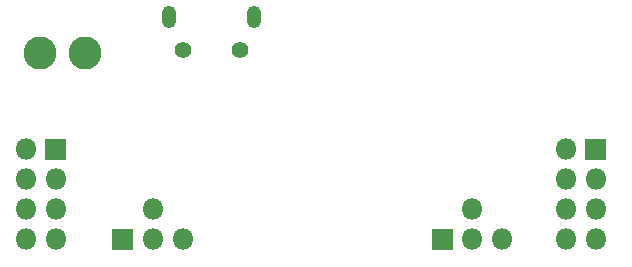
<source format=gbr>
%TF.GenerationSoftware,KiCad,Pcbnew,(5.1.7)-1*%
%TF.CreationDate,2021-01-09T19:34:55+01:00*%
%TF.ProjectId,MicroBBPS,4d696372-6f42-4425-9053-2e6b69636164,rev?*%
%TF.SameCoordinates,Original*%
%TF.FileFunction,Soldermask,Bot*%
%TF.FilePolarity,Negative*%
%FSLAX46Y46*%
G04 Gerber Fmt 4.6, Leading zero omitted, Abs format (unit mm)*
G04 Created by KiCad (PCBNEW (5.1.7)-1) date 2021-01-09 19:34:55*
%MOMM*%
%LPD*%
G01*
G04 APERTURE LIST*
%ADD10C,2.800000*%
%ADD11O,1.200000X1.900000*%
%ADD12C,1.390000*%
%ADD13O,1.800000X1.800000*%
G04 APERTURE END LIST*
D10*
%TO.C,J5*%
X1195000Y8200000D03*
X5005000Y8200000D03*
%TD*%
D11*
%TO.C,J2*%
X19348000Y11182000D03*
X12148000Y11182000D03*
D12*
X18173000Y8382000D03*
X13323000Y8382000D03*
D11*
X12148000Y11182000D03*
%TD*%
D13*
%TO.C,J9*%
X40355000Y-7620000D03*
X37815000Y-5080000D03*
X37815000Y-7620000D03*
G36*
G01*
X36125000Y-8520000D02*
X34425000Y-8520000D01*
G75*
G02*
X34375000Y-8470000I0J50000D01*
G01*
X34375000Y-6770000D01*
G75*
G02*
X34425000Y-6720000I50000J0D01*
G01*
X36125000Y-6720000D01*
G75*
G02*
X36175000Y-6770000I0J-50000D01*
G01*
X36175000Y-8470000D01*
G75*
G02*
X36125000Y-8520000I-50000J0D01*
G01*
G37*
%TD*%
%TO.C,J8*%
X13280000Y-7620000D03*
X10740000Y-5080000D03*
X10740000Y-7620000D03*
G36*
G01*
X9050000Y-8520000D02*
X7350000Y-8520000D01*
G75*
G02*
X7300000Y-8470000I0J50000D01*
G01*
X7300000Y-6770000D01*
G75*
G02*
X7350000Y-6720000I50000J0D01*
G01*
X9050000Y-6720000D01*
G75*
G02*
X9100000Y-6770000I0J-50000D01*
G01*
X9100000Y-8470000D01*
G75*
G02*
X9050000Y-8520000I-50000J0D01*
G01*
G37*
%TD*%
%TO.C,Right1*%
X45720000Y-7620000D03*
X48260000Y-7620000D03*
X45720000Y-5080000D03*
X48260000Y-5080000D03*
X45720000Y-2540000D03*
X48260000Y-2540000D03*
X45720000Y0D03*
G36*
G01*
X49160000Y850000D02*
X49160000Y-850000D01*
G75*
G02*
X49110000Y-900000I-50000J0D01*
G01*
X47410000Y-900000D01*
G75*
G02*
X47360000Y-850000I0J50000D01*
G01*
X47360000Y850000D01*
G75*
G02*
X47410000Y900000I50000J0D01*
G01*
X49110000Y900000D01*
G75*
G02*
X49160000Y850000I0J-50000D01*
G01*
G37*
%TD*%
%TO.C,Left1*%
X0Y-7620000D03*
X2540000Y-7620000D03*
X0Y-5080000D03*
X2540000Y-5080000D03*
X0Y-2540000D03*
X2540000Y-2540000D03*
X0Y0D03*
G36*
G01*
X3440000Y850000D02*
X3440000Y-850000D01*
G75*
G02*
X3390000Y-900000I-50000J0D01*
G01*
X1690000Y-900000D01*
G75*
G02*
X1640000Y-850000I0J50000D01*
G01*
X1640000Y850000D01*
G75*
G02*
X1690000Y900000I50000J0D01*
G01*
X3390000Y900000D01*
G75*
G02*
X3440000Y850000I0J-50000D01*
G01*
G37*
%TD*%
M02*

</source>
